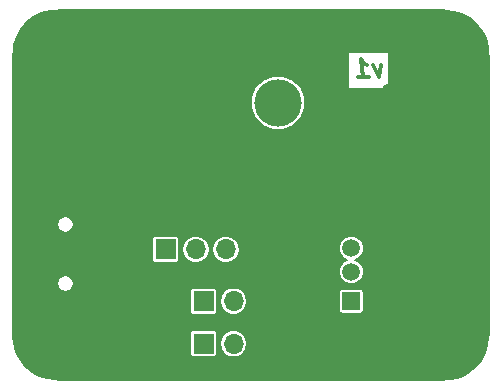
<source format=gbr>
G04 #@! TF.GenerationSoftware,KiCad,Pcbnew,(5.0.2-5-10.14)*
G04 #@! TF.CreationDate,2019-03-07T12:58:03+01:00*
G04 #@! TF.ProjectId,USBSwitch,55534253-7769-4746-9368-2e6b69636164,rev?*
G04 #@! TF.SameCoordinates,Original*
G04 #@! TF.FileFunction,Copper,L2,Bot*
G04 #@! TF.FilePolarity,Positive*
%FSLAX46Y46*%
G04 Gerber Fmt 4.6, Leading zero omitted, Abs format (unit mm)*
G04 Created by KiCad (PCBNEW (5.0.2-5-10.14)) date 2019 March 07, Thursday 12:58:03*
%MOMM*%
%LPD*%
G01*
G04 APERTURE LIST*
G04 #@! TA.AperFunction,NonConductor*
%ADD10C,0.300000*%
G04 #@! TD*
G04 #@! TA.AperFunction,ComponentPad*
%ADD11C,4.000000*%
G04 #@! TD*
G04 #@! TA.AperFunction,ComponentPad*
%ADD12O,1.800000X1.150000*%
G04 #@! TD*
G04 #@! TA.AperFunction,ComponentPad*
%ADD13O,2.000000X1.450000*%
G04 #@! TD*
G04 #@! TA.AperFunction,ComponentPad*
%ADD14C,3.000000*%
G04 #@! TD*
G04 #@! TA.AperFunction,ComponentPad*
%ADD15R,1.500000X1.500000*%
G04 #@! TD*
G04 #@! TA.AperFunction,ComponentPad*
%ADD16C,1.500000*%
G04 #@! TD*
G04 #@! TA.AperFunction,ComponentPad*
%ADD17O,1.700000X1.700000*%
G04 #@! TD*
G04 #@! TA.AperFunction,ComponentPad*
%ADD18R,1.700000X1.700000*%
G04 #@! TD*
G04 #@! TA.AperFunction,ComponentPad*
%ADD19C,0.700000*%
G04 #@! TD*
G04 #@! TA.AperFunction,ComponentPad*
%ADD20C,4.400000*%
G04 #@! TD*
G04 #@! TA.AperFunction,ViaPad*
%ADD21C,0.800000*%
G04 #@! TD*
G04 #@! TA.AperFunction,Conductor*
%ADD22C,0.400000*%
G04 #@! TD*
G04 #@! TA.AperFunction,Conductor*
%ADD23C,0.250000*%
G04 #@! TD*
G04 #@! TA.AperFunction,Conductor*
%ADD24C,0.200000*%
G04 #@! TD*
G04 APERTURE END LIST*
D10*
X81552500Y-39028571D02*
X81320357Y-40028571D01*
X80838214Y-39028571D01*
X79606071Y-40028571D02*
X80463214Y-40028571D01*
X80034642Y-40028571D02*
X79847142Y-38528571D01*
X80016785Y-38742857D01*
X80177500Y-38885714D01*
X80329285Y-38957142D01*
D11*
G04 #@! TO.P,J2,1*
G04 #@! TO.N,GND*
X58100000Y-42200000D03*
G04 #@! TD*
G04 #@! TO.P,J1,1*
G04 #@! TO.N,+5V*
X72800000Y-42200000D03*
G04 #@! TD*
D12*
G04 #@! TO.P,J4,6*
G04 #@! TO.N,GND*
X52050000Y-58875000D03*
X52050000Y-51125000D03*
D13*
X55850000Y-58725000D03*
X55850000Y-51275000D03*
G04 #@! TD*
D14*
G04 #@! TO.P,J3,5*
G04 #@! TO.N,GND*
X81650000Y-48930000D03*
X81650000Y-62070000D03*
D15*
G04 #@! TO.P,J3,1*
G04 #@! TO.N,VCC*
X79000000Y-59000000D03*
D16*
G04 #@! TO.P,J3,2*
G04 #@! TO.N,Net-(J3-Pad2)*
X79000000Y-56500000D03*
G04 #@! TO.P,J3,3*
G04 #@! TO.N,Net-(J3-Pad3)*
X79000000Y-54500000D03*
G04 #@! TO.P,J3,4*
G04 #@! TO.N,GND*
X79000000Y-52000000D03*
G04 #@! TD*
D17*
G04 #@! TO.P,JP1,3*
G04 #@! TO.N,+5V*
X68380000Y-54600000D03*
G04 #@! TO.P,JP1,2*
G04 #@! TO.N,VCC*
X65840000Y-54600000D03*
D18*
G04 #@! TO.P,JP1,1*
G04 #@! TO.N,VBUS*
X63300000Y-54600000D03*
G04 #@! TD*
D17*
G04 #@! TO.P,JP2,2*
G04 #@! TO.N,Net-(J3-Pad3)*
X69040000Y-62600000D03*
D18*
G04 #@! TO.P,JP2,1*
G04 #@! TO.N,/D+*
X66500000Y-62600000D03*
G04 #@! TD*
D17*
G04 #@! TO.P,JP3,2*
G04 #@! TO.N,Net-(J3-Pad2)*
X69040000Y-59000000D03*
D18*
G04 #@! TO.P,JP3,1*
G04 #@! TO.N,/D-*
X66500000Y-59000000D03*
G04 #@! TD*
D19*
G04 #@! TO.P,H1,1*
G04 #@! TO.N,GND*
X88666726Y-36133274D03*
X87500000Y-35650000D03*
X86333274Y-36133274D03*
X85850000Y-37300000D03*
X86333274Y-38466726D03*
X87500000Y-38950000D03*
X88666726Y-38466726D03*
X89150000Y-37300000D03*
D20*
X87500000Y-37300000D03*
G04 #@! TD*
D19*
G04 #@! TO.P,H2,1*
G04 #@! TO.N,GND*
X54266726Y-61533274D03*
X53100000Y-61050000D03*
X51933274Y-61533274D03*
X51450000Y-62700000D03*
X51933274Y-63866726D03*
X53100000Y-64350000D03*
X54266726Y-63866726D03*
X54750000Y-62700000D03*
D20*
X53100000Y-62700000D03*
G04 #@! TD*
D21*
G04 #@! TO.N,GND*
X52000000Y-38000000D03*
X52000000Y-40000000D03*
X52000000Y-42000000D03*
X52000000Y-44000000D03*
X52000000Y-46000000D03*
X52000000Y-48000000D03*
X52000000Y-36000000D03*
X54000000Y-36000000D03*
X56000000Y-36000000D03*
X58000000Y-36000000D03*
X60000000Y-36000000D03*
X62000000Y-36000000D03*
X64000000Y-36000000D03*
X66000000Y-36000000D03*
X68000000Y-36000000D03*
X70000000Y-36000000D03*
X72000000Y-36000000D03*
X74000000Y-36000000D03*
X76000000Y-36000000D03*
X78000000Y-36000000D03*
X89000000Y-42000000D03*
X89000000Y-44000000D03*
X89000000Y-46000000D03*
X89000000Y-48000000D03*
X89000000Y-50000000D03*
X89000000Y-52000000D03*
X89000000Y-54000000D03*
X89000000Y-56000000D03*
X89000000Y-58000000D03*
X89000000Y-60000000D03*
X89000000Y-62000000D03*
X88000000Y-64000000D03*
X86000000Y-64000000D03*
X84000000Y-64000000D03*
X57000000Y-64000000D03*
X60000000Y-64000000D03*
X63000000Y-64000000D03*
X71000000Y-64000000D03*
X74000000Y-64000000D03*
X77000000Y-64000000D03*
X79000000Y-64000000D03*
X62000000Y-40000000D03*
X62000000Y-44000000D03*
X62000000Y-48000000D03*
X67000000Y-48000000D03*
X67000000Y-44000000D03*
X67000000Y-40000000D03*
X57000000Y-48000000D03*
X78000000Y-48000000D03*
X78000000Y-45000000D03*
X78000000Y-41000000D03*
X82000000Y-45000000D03*
X86000000Y-45000000D03*
X86000000Y-49000000D03*
X86000000Y-53000000D03*
X86000000Y-57000000D03*
X86000000Y-61000000D03*
X67000000Y-52000000D03*
X62000000Y-52000000D03*
X82000000Y-41000000D03*
X86000000Y-41000000D03*
X54500000Y-56300000D03*
X57300000Y-56700000D03*
X82700000Y-35900000D03*
X60955000Y-61000000D03*
X73500000Y-60899986D03*
G04 #@! TD*
D22*
G04 #@! TO.N,GND*
X83300000Y-57700000D02*
X75950002Y-57700000D01*
D23*
X83500000Y-58000000D02*
X83424999Y-57924999D01*
X67800000Y-57100000D02*
X67800000Y-64600000D01*
X67100000Y-52700000D02*
X67100000Y-56300000D01*
X64600000Y-52500000D02*
X64600000Y-56800000D01*
G04 #@! TD*
D24*
G04 #@! TO.N,GND*
G36*
X86918202Y-34391547D02*
X86959577Y-34397952D01*
X87723466Y-34475545D01*
X88417379Y-34693004D01*
X89053394Y-35045552D01*
X89605527Y-35518788D01*
X90051229Y-36093384D01*
X90372285Y-36745857D01*
X90556832Y-37454341D01*
X90601179Y-38030687D01*
X90615495Y-38110255D01*
X90625001Y-38134021D01*
X90625000Y-61866039D01*
X90608453Y-61918202D01*
X90602048Y-61959577D01*
X90524455Y-62723465D01*
X90306996Y-63417379D01*
X89954446Y-64053395D01*
X89481212Y-64605527D01*
X88906616Y-65051229D01*
X88254146Y-65372285D01*
X87545659Y-65556832D01*
X86969313Y-65601179D01*
X86889746Y-65615495D01*
X86865982Y-65625000D01*
X54133961Y-65625000D01*
X54081798Y-65608453D01*
X54040423Y-65602048D01*
X53276535Y-65524455D01*
X52582621Y-65306996D01*
X51946605Y-64954446D01*
X51394473Y-64481212D01*
X50948771Y-63906616D01*
X50627715Y-63254146D01*
X50443168Y-62545659D01*
X50398821Y-61969313D01*
X50384505Y-61889746D01*
X50375000Y-61865982D01*
X50375000Y-61750000D01*
X65344123Y-61750000D01*
X65344123Y-63450000D01*
X65367407Y-63567054D01*
X65433712Y-63666288D01*
X65532946Y-63732593D01*
X65650000Y-63755877D01*
X67350000Y-63755877D01*
X67467054Y-63732593D01*
X67566288Y-63666288D01*
X67632593Y-63567054D01*
X67655877Y-63450000D01*
X67655877Y-62600000D01*
X67867471Y-62600000D01*
X67956724Y-63048707D01*
X68210897Y-63429103D01*
X68591293Y-63683276D01*
X68926739Y-63750000D01*
X69153261Y-63750000D01*
X69488707Y-63683276D01*
X69869103Y-63429103D01*
X70123276Y-63048707D01*
X70212529Y-62600000D01*
X70123276Y-62151293D01*
X69869103Y-61770897D01*
X69488707Y-61516724D01*
X69153261Y-61450000D01*
X68926739Y-61450000D01*
X68591293Y-61516724D01*
X68210897Y-61770897D01*
X67956724Y-62151293D01*
X67867471Y-62600000D01*
X67655877Y-62600000D01*
X67655877Y-61750000D01*
X67632593Y-61632946D01*
X67566288Y-61533712D01*
X67467054Y-61467407D01*
X67350000Y-61444123D01*
X65650000Y-61444123D01*
X65532946Y-61467407D01*
X65433712Y-61533712D01*
X65367407Y-61632946D01*
X65344123Y-61750000D01*
X50375000Y-61750000D01*
X50375000Y-57500000D01*
X54086287Y-57500000D01*
X54140615Y-57773126D01*
X54295329Y-58004671D01*
X54526874Y-58159385D01*
X54731060Y-58200000D01*
X54868940Y-58200000D01*
X55073126Y-58159385D01*
X55087171Y-58150000D01*
X65344123Y-58150000D01*
X65344123Y-59850000D01*
X65367407Y-59967054D01*
X65433712Y-60066288D01*
X65532946Y-60132593D01*
X65650000Y-60155877D01*
X67350000Y-60155877D01*
X67467054Y-60132593D01*
X67566288Y-60066288D01*
X67632593Y-59967054D01*
X67655877Y-59850000D01*
X67655877Y-59000000D01*
X67867471Y-59000000D01*
X67956724Y-59448707D01*
X68210897Y-59829103D01*
X68591293Y-60083276D01*
X68926739Y-60150000D01*
X69153261Y-60150000D01*
X69488707Y-60083276D01*
X69869103Y-59829103D01*
X70123276Y-59448707D01*
X70212529Y-59000000D01*
X70123276Y-58551293D01*
X69921959Y-58250000D01*
X77944123Y-58250000D01*
X77944123Y-59750000D01*
X77967407Y-59867054D01*
X78033712Y-59966288D01*
X78132946Y-60032593D01*
X78250000Y-60055877D01*
X79750000Y-60055877D01*
X79867054Y-60032593D01*
X79966288Y-59966288D01*
X80032593Y-59867054D01*
X80055877Y-59750000D01*
X80055877Y-58250000D01*
X80032593Y-58132946D01*
X79966288Y-58033712D01*
X79867054Y-57967407D01*
X79750000Y-57944123D01*
X78250000Y-57944123D01*
X78132946Y-57967407D01*
X78033712Y-58033712D01*
X77967407Y-58132946D01*
X77944123Y-58250000D01*
X69921959Y-58250000D01*
X69869103Y-58170897D01*
X69488707Y-57916724D01*
X69153261Y-57850000D01*
X68926739Y-57850000D01*
X68591293Y-57916724D01*
X68210897Y-58170897D01*
X67956724Y-58551293D01*
X67867471Y-59000000D01*
X67655877Y-59000000D01*
X67655877Y-58150000D01*
X67632593Y-58032946D01*
X67566288Y-57933712D01*
X67467054Y-57867407D01*
X67350000Y-57844123D01*
X65650000Y-57844123D01*
X65532946Y-57867407D01*
X65433712Y-57933712D01*
X65367407Y-58032946D01*
X65344123Y-58150000D01*
X55087171Y-58150000D01*
X55304671Y-58004671D01*
X55459385Y-57773126D01*
X55513713Y-57500000D01*
X55459385Y-57226874D01*
X55304671Y-56995329D01*
X55073126Y-56840615D01*
X54868940Y-56800000D01*
X54731060Y-56800000D01*
X54526874Y-56840615D01*
X54295329Y-56995329D01*
X54140615Y-57226874D01*
X54086287Y-57500000D01*
X50375000Y-57500000D01*
X50375000Y-53750000D01*
X62144123Y-53750000D01*
X62144123Y-55450000D01*
X62167407Y-55567054D01*
X62233712Y-55666288D01*
X62332946Y-55732593D01*
X62450000Y-55755877D01*
X64150000Y-55755877D01*
X64267054Y-55732593D01*
X64366288Y-55666288D01*
X64432593Y-55567054D01*
X64455877Y-55450000D01*
X64455877Y-54600000D01*
X64667471Y-54600000D01*
X64756724Y-55048707D01*
X65010897Y-55429103D01*
X65391293Y-55683276D01*
X65726739Y-55750000D01*
X65953261Y-55750000D01*
X66288707Y-55683276D01*
X66669103Y-55429103D01*
X66923276Y-55048707D01*
X67012529Y-54600000D01*
X67207471Y-54600000D01*
X67296724Y-55048707D01*
X67550897Y-55429103D01*
X67931293Y-55683276D01*
X68266739Y-55750000D01*
X68493261Y-55750000D01*
X68828707Y-55683276D01*
X69209103Y-55429103D01*
X69463276Y-55048707D01*
X69552529Y-54600000D01*
X69491094Y-54291142D01*
X77950000Y-54291142D01*
X77950000Y-54708858D01*
X78109853Y-55094777D01*
X78405223Y-55390147D01*
X78670431Y-55500000D01*
X78405223Y-55609853D01*
X78109853Y-55905223D01*
X77950000Y-56291142D01*
X77950000Y-56708858D01*
X78109853Y-57094777D01*
X78405223Y-57390147D01*
X78791142Y-57550000D01*
X79208858Y-57550000D01*
X79594777Y-57390147D01*
X79890147Y-57094777D01*
X80050000Y-56708858D01*
X80050000Y-56291142D01*
X79890147Y-55905223D01*
X79594777Y-55609853D01*
X79329569Y-55500000D01*
X79594777Y-55390147D01*
X79890147Y-55094777D01*
X80050000Y-54708858D01*
X80050000Y-54291142D01*
X79890147Y-53905223D01*
X79594777Y-53609853D01*
X79208858Y-53450000D01*
X78791142Y-53450000D01*
X78405223Y-53609853D01*
X78109853Y-53905223D01*
X77950000Y-54291142D01*
X69491094Y-54291142D01*
X69463276Y-54151293D01*
X69209103Y-53770897D01*
X68828707Y-53516724D01*
X68493261Y-53450000D01*
X68266739Y-53450000D01*
X67931293Y-53516724D01*
X67550897Y-53770897D01*
X67296724Y-54151293D01*
X67207471Y-54600000D01*
X67012529Y-54600000D01*
X66923276Y-54151293D01*
X66669103Y-53770897D01*
X66288707Y-53516724D01*
X65953261Y-53450000D01*
X65726739Y-53450000D01*
X65391293Y-53516724D01*
X65010897Y-53770897D01*
X64756724Y-54151293D01*
X64667471Y-54600000D01*
X64455877Y-54600000D01*
X64455877Y-53750000D01*
X64432593Y-53632946D01*
X64366288Y-53533712D01*
X64267054Y-53467407D01*
X64150000Y-53444123D01*
X62450000Y-53444123D01*
X62332946Y-53467407D01*
X62233712Y-53533712D01*
X62167407Y-53632946D01*
X62144123Y-53750000D01*
X50375000Y-53750000D01*
X50375000Y-52500000D01*
X54086287Y-52500000D01*
X54140615Y-52773126D01*
X54295329Y-53004671D01*
X54526874Y-53159385D01*
X54731060Y-53200000D01*
X54868940Y-53200000D01*
X55073126Y-53159385D01*
X55304671Y-53004671D01*
X55459385Y-52773126D01*
X55513713Y-52500000D01*
X55459385Y-52226874D01*
X55304671Y-51995329D01*
X55073126Y-51840615D01*
X54868940Y-51800000D01*
X54731060Y-51800000D01*
X54526874Y-51840615D01*
X54295329Y-51995329D01*
X54140615Y-52226874D01*
X54086287Y-52500000D01*
X50375000Y-52500000D01*
X50375000Y-41742501D01*
X70500000Y-41742501D01*
X70500000Y-42657499D01*
X70850154Y-43502846D01*
X71497154Y-44149846D01*
X72342501Y-44500000D01*
X73257499Y-44500000D01*
X74102846Y-44149846D01*
X74749846Y-43502846D01*
X75100000Y-42657499D01*
X75100000Y-41742501D01*
X74749846Y-40897154D01*
X74102846Y-40250154D01*
X73257499Y-39900000D01*
X72342501Y-39900000D01*
X71497154Y-40250154D01*
X70850154Y-40897154D01*
X70500000Y-41742501D01*
X50375000Y-41742501D01*
X50375000Y-38133961D01*
X50391547Y-38081798D01*
X50397952Y-38040423D01*
X50412723Y-37895000D01*
X78714286Y-37895000D01*
X78714286Y-41045000D01*
X82185715Y-41045000D01*
X82185715Y-37895000D01*
X78714286Y-37895000D01*
X50412723Y-37895000D01*
X50475545Y-37276534D01*
X50693004Y-36582621D01*
X51045552Y-35946606D01*
X51518788Y-35394473D01*
X52093384Y-34948771D01*
X52745857Y-34627715D01*
X53454341Y-34443168D01*
X54030687Y-34398821D01*
X54110255Y-34384505D01*
X54134019Y-34375000D01*
X86866039Y-34375000D01*
X86918202Y-34391547D01*
X86918202Y-34391547D01*
G37*
X86918202Y-34391547D02*
X86959577Y-34397952D01*
X87723466Y-34475545D01*
X88417379Y-34693004D01*
X89053394Y-35045552D01*
X89605527Y-35518788D01*
X90051229Y-36093384D01*
X90372285Y-36745857D01*
X90556832Y-37454341D01*
X90601179Y-38030687D01*
X90615495Y-38110255D01*
X90625001Y-38134021D01*
X90625000Y-61866039D01*
X90608453Y-61918202D01*
X90602048Y-61959577D01*
X90524455Y-62723465D01*
X90306996Y-63417379D01*
X89954446Y-64053395D01*
X89481212Y-64605527D01*
X88906616Y-65051229D01*
X88254146Y-65372285D01*
X87545659Y-65556832D01*
X86969313Y-65601179D01*
X86889746Y-65615495D01*
X86865982Y-65625000D01*
X54133961Y-65625000D01*
X54081798Y-65608453D01*
X54040423Y-65602048D01*
X53276535Y-65524455D01*
X52582621Y-65306996D01*
X51946605Y-64954446D01*
X51394473Y-64481212D01*
X50948771Y-63906616D01*
X50627715Y-63254146D01*
X50443168Y-62545659D01*
X50398821Y-61969313D01*
X50384505Y-61889746D01*
X50375000Y-61865982D01*
X50375000Y-61750000D01*
X65344123Y-61750000D01*
X65344123Y-63450000D01*
X65367407Y-63567054D01*
X65433712Y-63666288D01*
X65532946Y-63732593D01*
X65650000Y-63755877D01*
X67350000Y-63755877D01*
X67467054Y-63732593D01*
X67566288Y-63666288D01*
X67632593Y-63567054D01*
X67655877Y-63450000D01*
X67655877Y-62600000D01*
X67867471Y-62600000D01*
X67956724Y-63048707D01*
X68210897Y-63429103D01*
X68591293Y-63683276D01*
X68926739Y-63750000D01*
X69153261Y-63750000D01*
X69488707Y-63683276D01*
X69869103Y-63429103D01*
X70123276Y-63048707D01*
X70212529Y-62600000D01*
X70123276Y-62151293D01*
X69869103Y-61770897D01*
X69488707Y-61516724D01*
X69153261Y-61450000D01*
X68926739Y-61450000D01*
X68591293Y-61516724D01*
X68210897Y-61770897D01*
X67956724Y-62151293D01*
X67867471Y-62600000D01*
X67655877Y-62600000D01*
X67655877Y-61750000D01*
X67632593Y-61632946D01*
X67566288Y-61533712D01*
X67467054Y-61467407D01*
X67350000Y-61444123D01*
X65650000Y-61444123D01*
X65532946Y-61467407D01*
X65433712Y-61533712D01*
X65367407Y-61632946D01*
X65344123Y-61750000D01*
X50375000Y-61750000D01*
X50375000Y-57500000D01*
X54086287Y-57500000D01*
X54140615Y-57773126D01*
X54295329Y-58004671D01*
X54526874Y-58159385D01*
X54731060Y-58200000D01*
X54868940Y-58200000D01*
X55073126Y-58159385D01*
X55087171Y-58150000D01*
X65344123Y-58150000D01*
X65344123Y-59850000D01*
X65367407Y-59967054D01*
X65433712Y-60066288D01*
X65532946Y-60132593D01*
X65650000Y-60155877D01*
X67350000Y-60155877D01*
X67467054Y-60132593D01*
X67566288Y-60066288D01*
X67632593Y-59967054D01*
X67655877Y-59850000D01*
X67655877Y-59000000D01*
X67867471Y-59000000D01*
X67956724Y-59448707D01*
X68210897Y-59829103D01*
X68591293Y-60083276D01*
X68926739Y-60150000D01*
X69153261Y-60150000D01*
X69488707Y-60083276D01*
X69869103Y-59829103D01*
X70123276Y-59448707D01*
X70212529Y-59000000D01*
X70123276Y-58551293D01*
X69921959Y-58250000D01*
X77944123Y-58250000D01*
X77944123Y-59750000D01*
X77967407Y-59867054D01*
X78033712Y-59966288D01*
X78132946Y-60032593D01*
X78250000Y-60055877D01*
X79750000Y-60055877D01*
X79867054Y-60032593D01*
X79966288Y-59966288D01*
X80032593Y-59867054D01*
X80055877Y-59750000D01*
X80055877Y-58250000D01*
X80032593Y-58132946D01*
X79966288Y-58033712D01*
X79867054Y-57967407D01*
X79750000Y-57944123D01*
X78250000Y-57944123D01*
X78132946Y-57967407D01*
X78033712Y-58033712D01*
X77967407Y-58132946D01*
X77944123Y-58250000D01*
X69921959Y-58250000D01*
X69869103Y-58170897D01*
X69488707Y-57916724D01*
X69153261Y-57850000D01*
X68926739Y-57850000D01*
X68591293Y-57916724D01*
X68210897Y-58170897D01*
X67956724Y-58551293D01*
X67867471Y-59000000D01*
X67655877Y-59000000D01*
X67655877Y-58150000D01*
X67632593Y-58032946D01*
X67566288Y-57933712D01*
X67467054Y-57867407D01*
X67350000Y-57844123D01*
X65650000Y-57844123D01*
X65532946Y-57867407D01*
X65433712Y-57933712D01*
X65367407Y-58032946D01*
X65344123Y-58150000D01*
X55087171Y-58150000D01*
X55304671Y-58004671D01*
X55459385Y-57773126D01*
X55513713Y-57500000D01*
X55459385Y-57226874D01*
X55304671Y-56995329D01*
X55073126Y-56840615D01*
X54868940Y-56800000D01*
X54731060Y-56800000D01*
X54526874Y-56840615D01*
X54295329Y-56995329D01*
X54140615Y-57226874D01*
X54086287Y-57500000D01*
X50375000Y-57500000D01*
X50375000Y-53750000D01*
X62144123Y-53750000D01*
X62144123Y-55450000D01*
X62167407Y-55567054D01*
X62233712Y-55666288D01*
X62332946Y-55732593D01*
X62450000Y-55755877D01*
X64150000Y-55755877D01*
X64267054Y-55732593D01*
X64366288Y-55666288D01*
X64432593Y-55567054D01*
X64455877Y-55450000D01*
X64455877Y-54600000D01*
X64667471Y-54600000D01*
X64756724Y-55048707D01*
X65010897Y-55429103D01*
X65391293Y-55683276D01*
X65726739Y-55750000D01*
X65953261Y-55750000D01*
X66288707Y-55683276D01*
X66669103Y-55429103D01*
X66923276Y-55048707D01*
X67012529Y-54600000D01*
X67207471Y-54600000D01*
X67296724Y-55048707D01*
X67550897Y-55429103D01*
X67931293Y-55683276D01*
X68266739Y-55750000D01*
X68493261Y-55750000D01*
X68828707Y-55683276D01*
X69209103Y-55429103D01*
X69463276Y-55048707D01*
X69552529Y-54600000D01*
X69491094Y-54291142D01*
X77950000Y-54291142D01*
X77950000Y-54708858D01*
X78109853Y-55094777D01*
X78405223Y-55390147D01*
X78670431Y-55500000D01*
X78405223Y-55609853D01*
X78109853Y-55905223D01*
X77950000Y-56291142D01*
X77950000Y-56708858D01*
X78109853Y-57094777D01*
X78405223Y-57390147D01*
X78791142Y-57550000D01*
X79208858Y-57550000D01*
X79594777Y-57390147D01*
X79890147Y-57094777D01*
X80050000Y-56708858D01*
X80050000Y-56291142D01*
X79890147Y-55905223D01*
X79594777Y-55609853D01*
X79329569Y-55500000D01*
X79594777Y-55390147D01*
X79890147Y-55094777D01*
X80050000Y-54708858D01*
X80050000Y-54291142D01*
X79890147Y-53905223D01*
X79594777Y-53609853D01*
X79208858Y-53450000D01*
X78791142Y-53450000D01*
X78405223Y-53609853D01*
X78109853Y-53905223D01*
X77950000Y-54291142D01*
X69491094Y-54291142D01*
X69463276Y-54151293D01*
X69209103Y-53770897D01*
X68828707Y-53516724D01*
X68493261Y-53450000D01*
X68266739Y-53450000D01*
X67931293Y-53516724D01*
X67550897Y-53770897D01*
X67296724Y-54151293D01*
X67207471Y-54600000D01*
X67012529Y-54600000D01*
X66923276Y-54151293D01*
X66669103Y-53770897D01*
X66288707Y-53516724D01*
X65953261Y-53450000D01*
X65726739Y-53450000D01*
X65391293Y-53516724D01*
X65010897Y-53770897D01*
X64756724Y-54151293D01*
X64667471Y-54600000D01*
X64455877Y-54600000D01*
X64455877Y-53750000D01*
X64432593Y-53632946D01*
X64366288Y-53533712D01*
X64267054Y-53467407D01*
X64150000Y-53444123D01*
X62450000Y-53444123D01*
X62332946Y-53467407D01*
X62233712Y-53533712D01*
X62167407Y-53632946D01*
X62144123Y-53750000D01*
X50375000Y-53750000D01*
X50375000Y-52500000D01*
X54086287Y-52500000D01*
X54140615Y-52773126D01*
X54295329Y-53004671D01*
X54526874Y-53159385D01*
X54731060Y-53200000D01*
X54868940Y-53200000D01*
X55073126Y-53159385D01*
X55304671Y-53004671D01*
X55459385Y-52773126D01*
X55513713Y-52500000D01*
X55459385Y-52226874D01*
X55304671Y-51995329D01*
X55073126Y-51840615D01*
X54868940Y-51800000D01*
X54731060Y-51800000D01*
X54526874Y-51840615D01*
X54295329Y-51995329D01*
X54140615Y-52226874D01*
X54086287Y-52500000D01*
X50375000Y-52500000D01*
X50375000Y-41742501D01*
X70500000Y-41742501D01*
X70500000Y-42657499D01*
X70850154Y-43502846D01*
X71497154Y-44149846D01*
X72342501Y-44500000D01*
X73257499Y-44500000D01*
X74102846Y-44149846D01*
X74749846Y-43502846D01*
X75100000Y-42657499D01*
X75100000Y-41742501D01*
X74749846Y-40897154D01*
X74102846Y-40250154D01*
X73257499Y-39900000D01*
X72342501Y-39900000D01*
X71497154Y-40250154D01*
X70850154Y-40897154D01*
X70500000Y-41742501D01*
X50375000Y-41742501D01*
X50375000Y-38133961D01*
X50391547Y-38081798D01*
X50397952Y-38040423D01*
X50412723Y-37895000D01*
X78714286Y-37895000D01*
X78714286Y-41045000D01*
X82185715Y-41045000D01*
X82185715Y-37895000D01*
X78714286Y-37895000D01*
X50412723Y-37895000D01*
X50475545Y-37276534D01*
X50693004Y-36582621D01*
X51045552Y-35946606D01*
X51518788Y-35394473D01*
X52093384Y-34948771D01*
X52745857Y-34627715D01*
X53454341Y-34443168D01*
X54030687Y-34398821D01*
X54110255Y-34384505D01*
X54134019Y-34375000D01*
X86866039Y-34375000D01*
X86918202Y-34391547D01*
G04 #@! TD*
M02*

</source>
